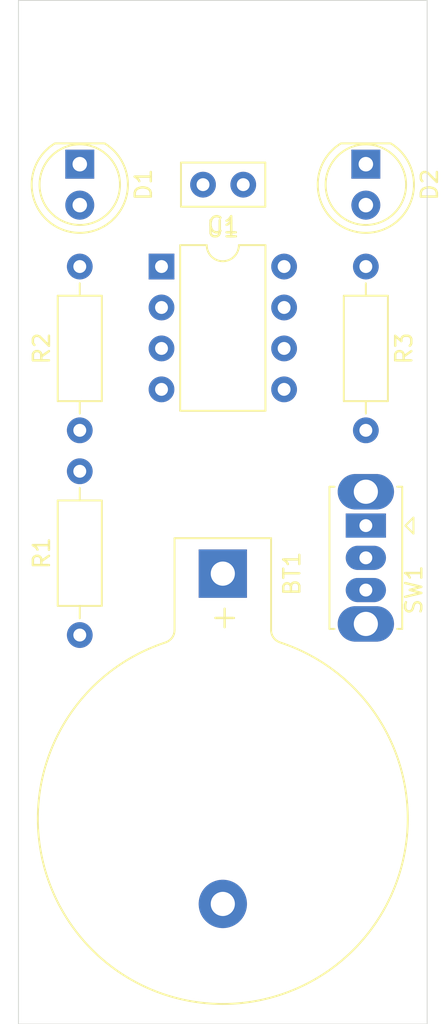
<source format=kicad_pcb>
(kicad_pcb (version 20171130) (host pcbnew "(5.1.0)-1")

  (general
    (thickness 1.6)
    (drawings 4)
    (tracks 0)
    (zones 0)
    (modules 9)
    (nets 13)
  )

  (page A4)
  (layers
    (0 F.Cu signal)
    (31 B.Cu signal)
    (32 B.Adhes user)
    (33 F.Adhes user)
    (34 B.Paste user)
    (35 F.Paste user)
    (36 B.SilkS user)
    (37 F.SilkS user)
    (38 B.Mask user)
    (39 F.Mask user)
    (40 Dwgs.User user)
    (41 Cmts.User user)
    (42 Eco1.User user)
    (43 Eco2.User user)
    (44 Edge.Cuts user)
    (45 Margin user)
    (46 B.CrtYd user)
    (47 F.CrtYd user)
    (48 B.Fab user)
    (49 F.Fab user)
  )

  (setup
    (last_trace_width 0.508)
    (trace_clearance 0.508)
    (zone_clearance 0.508)
    (zone_45_only no)
    (trace_min 0.508)
    (via_size 0.8128)
    (via_drill 0.4064)
    (via_min_size 0.8128)
    (via_min_drill 0.4064)
    (uvia_size 0.8128)
    (uvia_drill 0.4064)
    (uvias_allowed no)
    (uvia_min_size 0.8128)
    (uvia_min_drill 0.4064)
    (edge_width 0.05)
    (segment_width 0.2)
    (pcb_text_width 0.3)
    (pcb_text_size 1.5 1.5)
    (mod_edge_width 0.12)
    (mod_text_size 1 1)
    (mod_text_width 0.15)
    (pad_size 1.524 1.524)
    (pad_drill 0.762)
    (pad_to_mask_clearance 0.051)
    (solder_mask_min_width 0.25)
    (aux_axis_origin 0 0)
    (visible_elements 7FFFFFFF)
    (pcbplotparams
      (layerselection 0x010fc_ffffffff)
      (usegerberextensions false)
      (usegerberattributes false)
      (usegerberadvancedattributes false)
      (creategerberjobfile false)
      (excludeedgelayer true)
      (linewidth 0.100000)
      (plotframeref false)
      (viasonmask false)
      (mode 1)
      (useauxorigin false)
      (hpglpennumber 1)
      (hpglpenspeed 20)
      (hpglpendiameter 15.000000)
      (psnegative false)
      (psa4output false)
      (plotreference true)
      (plotvalue true)
      (plotinvisibletext false)
      (padsonsilk false)
      (subtractmaskfromsilk false)
      (outputformat 1)
      (mirror false)
      (drillshape 1)
      (scaleselection 1)
      (outputdirectory ""))
  )

  (net 0 "")
  (net 1 "Net-(BT1-Pad2)")
  (net 2 "Net-(BT1-Pad1)")
  (net 3 "Net-(C1-Pad1)")
  (net 4 "Net-(D1-Pad2)")
  (net 5 "Net-(D2-Pad2)")
  (net 6 "Net-(R1-Pad2)")
  (net 7 "Net-(R2-Pad1)")
  (net 8 "Net-(R3-Pad1)")
  (net 9 "Net-(SW1-Pad3)")
  (net 10 "Net-(U1-Pad2)")
  (net 11 "Net-(U1-Pad3)")
  (net 12 "Net-(U1-Pad7)")

  (net_class Default "This is the default net class."
    (clearance 0.508)
    (trace_width 0.508)
    (via_dia 0.8128)
    (via_drill 0.4064)
    (uvia_dia 0.8128)
    (uvia_drill 0.4064)
    (diff_pair_width 0.508)
    (diff_pair_gap 0.508)
    (add_net "Net-(BT1-Pad1)")
    (add_net "Net-(BT1-Pad2)")
    (add_net "Net-(C1-Pad1)")
    (add_net "Net-(D1-Pad2)")
    (add_net "Net-(D2-Pad2)")
    (add_net "Net-(R1-Pad2)")
    (add_net "Net-(R2-Pad1)")
    (add_net "Net-(R3-Pad1)")
    (add_net "Net-(SW1-Pad3)")
    (add_net "Net-(U1-Pad2)")
    (add_net "Net-(U1-Pad3)")
    (add_net "Net-(U1-Pad7)")
  )

  (module Package_DIP:DIP-8_W7.62mm (layer F.Cu) (tedit 5A02E8C5) (tstamp 5CA788B8)
    (at 149.86 101.6)
    (descr "8-lead though-hole mounted DIP package, row spacing 7.62 mm (300 mils)")
    (tags "THT DIP DIL PDIP 2.54mm 7.62mm 300mil")
    (path /5CA4ECC4)
    (fp_text reference U1 (at 3.81 -2.33) (layer F.SilkS)
      (effects (font (size 1 1) (thickness 0.15)))
    )
    (fp_text value ATtiny85-20PU (at 3.81 9.95) (layer F.Fab)
      (effects (font (size 1 1) (thickness 0.15)))
    )
    (fp_text user %R (at 3.81 3.81) (layer F.Fab)
      (effects (font (size 1 1) (thickness 0.15)))
    )
    (fp_line (start 8.7 -1.55) (end -1.1 -1.55) (layer F.CrtYd) (width 0.05))
    (fp_line (start 8.7 9.15) (end 8.7 -1.55) (layer F.CrtYd) (width 0.05))
    (fp_line (start -1.1 9.15) (end 8.7 9.15) (layer F.CrtYd) (width 0.05))
    (fp_line (start -1.1 -1.55) (end -1.1 9.15) (layer F.CrtYd) (width 0.05))
    (fp_line (start 6.46 -1.33) (end 4.81 -1.33) (layer F.SilkS) (width 0.12))
    (fp_line (start 6.46 8.95) (end 6.46 -1.33) (layer F.SilkS) (width 0.12))
    (fp_line (start 1.16 8.95) (end 6.46 8.95) (layer F.SilkS) (width 0.12))
    (fp_line (start 1.16 -1.33) (end 1.16 8.95) (layer F.SilkS) (width 0.12))
    (fp_line (start 2.81 -1.33) (end 1.16 -1.33) (layer F.SilkS) (width 0.12))
    (fp_line (start 0.635 -0.27) (end 1.635 -1.27) (layer F.Fab) (width 0.1))
    (fp_line (start 0.635 8.89) (end 0.635 -0.27) (layer F.Fab) (width 0.1))
    (fp_line (start 6.985 8.89) (end 0.635 8.89) (layer F.Fab) (width 0.1))
    (fp_line (start 6.985 -1.27) (end 6.985 8.89) (layer F.Fab) (width 0.1))
    (fp_line (start 1.635 -1.27) (end 6.985 -1.27) (layer F.Fab) (width 0.1))
    (fp_arc (start 3.81 -1.33) (end 2.81 -1.33) (angle -180) (layer F.SilkS) (width 0.12))
    (pad 8 thru_hole oval (at 7.62 0) (size 1.6 1.6) (drill 0.8) (layers *.Cu *.Mask)
      (net 3 "Net-(C1-Pad1)"))
    (pad 4 thru_hole oval (at 0 7.62) (size 1.6 1.6) (drill 0.8) (layers *.Cu *.Mask)
      (net 1 "Net-(BT1-Pad2)"))
    (pad 7 thru_hole oval (at 7.62 2.54) (size 1.6 1.6) (drill 0.8) (layers *.Cu *.Mask)
      (net 12 "Net-(U1-Pad7)"))
    (pad 3 thru_hole oval (at 0 5.08) (size 1.6 1.6) (drill 0.8) (layers *.Cu *.Mask)
      (net 11 "Net-(U1-Pad3)"))
    (pad 6 thru_hole oval (at 7.62 5.08) (size 1.6 1.6) (drill 0.8) (layers *.Cu *.Mask)
      (net 7 "Net-(R2-Pad1)"))
    (pad 2 thru_hole oval (at 0 2.54) (size 1.6 1.6) (drill 0.8) (layers *.Cu *.Mask)
      (net 10 "Net-(U1-Pad2)"))
    (pad 5 thru_hole oval (at 7.62 7.62) (size 1.6 1.6) (drill 0.8) (layers *.Cu *.Mask)
      (net 8 "Net-(R3-Pad1)"))
    (pad 1 thru_hole rect (at 0 0) (size 1.6 1.6) (drill 0.8) (layers *.Cu *.Mask)
      (net 6 "Net-(R1-Pad2)"))
    (model ${KISYS3DMOD}/Package_DIP.3dshapes/DIP-8_W7.62mm.wrl
      (at (xyz 0 0 0))
      (scale (xyz 1 1 1))
      (rotate (xyz 0 0 0))
    )
  )

  (module Button_Switch_THT:SW_Slide_1P2T_CK_OS102011MS2Q (layer F.Cu) (tedit 5C5044D5) (tstamp 5CA78FBA)
    (at 162.56 117.67 270)
    (descr "CuK miniature slide switch, OS series, SPDT, https://www.ckswitches.com/media/1428/os.pdf")
    (tags "switch SPDT")
    (path /5CA4FEFB)
    (fp_text reference SW1 (at 3.99 -2.99 270) (layer F.SilkS)
      (effects (font (size 1 1) (thickness 0.15)))
    )
    (fp_text value SW_SPDT (at 2 3 270) (layer F.Fab)
      (effects (font (size 1 1) (thickness 0.15)))
    )
    (fp_line (start 0.5 -2.96) (end -0.5 -2.96) (layer F.SilkS) (width 0.12))
    (fp_line (start 0 -2.46) (end 0.5 -2.96) (layer F.SilkS) (width 0.12))
    (fp_line (start -0.5 -2.96) (end 0 -2.46) (layer F.SilkS) (width 0.12))
    (fp_line (start 0 -1.65) (end 0.5 -2.15) (layer F.Fab) (width 0.1))
    (fp_line (start -0.5 -2.15) (end 0 -1.65) (layer F.Fab) (width 0.1))
    (fp_line (start -3.45 2.4) (end -3.45 -2.4) (layer B.CrtYd) (width 0.05))
    (fp_line (start 7.45 2.4) (end -3.45 2.4) (layer B.CrtYd) (width 0.05))
    (fp_line (start 7.45 -2.4) (end 7.45 2.4) (layer B.CrtYd) (width 0.05))
    (fp_line (start -3.45 -2.4) (end 7.45 -2.4) (layer B.CrtYd) (width 0.05))
    (fp_text user %R (at 3.99 -2.99 270) (layer F.Fab)
      (effects (font (size 1 1) (thickness 0.15)))
    )
    (fp_line (start 6.41 2.26) (end 6.41 1.95) (layer F.SilkS) (width 0.12))
    (fp_line (start -2.41 2.26) (end -2.41 1.95) (layer F.SilkS) (width 0.12))
    (fp_line (start -2.41 -1.95) (end -2.41 -2.26) (layer F.SilkS) (width 0.12))
    (fp_line (start 6.41 2.26) (end -2.41 2.26) (layer F.SilkS) (width 0.12))
    (fp_line (start 6.41 -2.26) (end 6.41 -1.95) (layer F.SilkS) (width 0.12))
    (fp_line (start -2.41 -2.26) (end 6.41 -2.26) (layer F.SilkS) (width 0.12))
    (fp_line (start -2.3 -2.15) (end -0.5 -2.15) (layer F.Fab) (width 0.1))
    (fp_line (start 2 -1) (end 2 1) (layer F.Fab) (width 0.1))
    (fp_line (start 1.34 -1) (end 1.34 1) (layer F.Fab) (width 0.1))
    (fp_line (start 0.66 -1) (end 0.66 1) (layer F.Fab) (width 0.1))
    (fp_line (start 0 -1) (end 0 1) (layer F.Fab) (width 0.1))
    (fp_line (start 0 1) (end 4 1) (layer F.Fab) (width 0.1))
    (fp_line (start 4 -1) (end 4 1) (layer F.Fab) (width 0.1))
    (fp_line (start 0 -1) (end 4 -1) (layer F.Fab) (width 0.1))
    (fp_line (start -2.3 2.15) (end -2.3 -2.15) (layer F.Fab) (width 0.1))
    (fp_line (start 6.3 2.15) (end -2.3 2.15) (layer F.Fab) (width 0.1))
    (fp_line (start 6.3 -2.15) (end 6.3 2.15) (layer F.Fab) (width 0.1))
    (fp_line (start 0.5 -2.15) (end 6.3 -2.15) (layer F.Fab) (width 0.1))
    (pad "" thru_hole oval (at 6.1 0 270) (size 2.2 3.5) (drill 1.5) (layers *.Cu *.Mask))
    (pad "" thru_hole oval (at -2.1 0 270) (size 2.2 3.5) (drill 1.5) (layers *.Cu *.Mask))
    (pad 3 thru_hole oval (at 4 0 270) (size 1.5 2.5) (drill 0.8) (layers *.Cu *.Mask)
      (net 9 "Net-(SW1-Pad3)"))
    (pad 2 thru_hole oval (at 2 0 270) (size 1.5 2.5) (drill 0.8) (layers *.Cu *.Mask)
      (net 2 "Net-(BT1-Pad1)"))
    (pad 1 thru_hole rect (at 0 0 270) (size 1.5 2.5) (drill 0.8) (layers *.Cu *.Mask)
      (net 3 "Net-(C1-Pad1)"))
    (model ${KISYS3DMOD}/Button_Switch_THT.3dshapes/SW_Slide_1P2T_CK_OS102011MS2Q.wrl
      (at (xyz 0 0 0))
      (scale (xyz 1 1 1))
      (rotate (xyz 0 0 0))
    )
  )

  (module Resistor_THT:R_Axial_DIN0207_L6.3mm_D2.5mm_P10.16mm_Horizontal (layer F.Cu) (tedit 5AE5139B) (tstamp 5CA78877)
    (at 162.56 101.6 270)
    (descr "Resistor, Axial_DIN0207 series, Axial, Horizontal, pin pitch=10.16mm, 0.25W = 1/4W, length*diameter=6.3*2.5mm^2, http://cdn-reichelt.de/documents/datenblatt/B400/1_4W%23YAG.pdf")
    (tags "Resistor Axial_DIN0207 series Axial Horizontal pin pitch 10.16mm 0.25W = 1/4W length 6.3mm diameter 2.5mm")
    (path /5CA54497)
    (fp_text reference R3 (at 5.08 -2.37 270) (layer F.SilkS)
      (effects (font (size 1 1) (thickness 0.15)))
    )
    (fp_text value 100 (at 5.08 2.37 270) (layer F.Fab)
      (effects (font (size 1 1) (thickness 0.15)))
    )
    (fp_text user %R (at 5.08 0 270) (layer F.Fab)
      (effects (font (size 1 1) (thickness 0.15)))
    )
    (fp_line (start 11.21 -1.5) (end -1.05 -1.5) (layer F.CrtYd) (width 0.05))
    (fp_line (start 11.21 1.5) (end 11.21 -1.5) (layer F.CrtYd) (width 0.05))
    (fp_line (start -1.05 1.5) (end 11.21 1.5) (layer F.CrtYd) (width 0.05))
    (fp_line (start -1.05 -1.5) (end -1.05 1.5) (layer F.CrtYd) (width 0.05))
    (fp_line (start 9.12 0) (end 8.35 0) (layer F.SilkS) (width 0.12))
    (fp_line (start 1.04 0) (end 1.81 0) (layer F.SilkS) (width 0.12))
    (fp_line (start 8.35 -1.37) (end 1.81 -1.37) (layer F.SilkS) (width 0.12))
    (fp_line (start 8.35 1.37) (end 8.35 -1.37) (layer F.SilkS) (width 0.12))
    (fp_line (start 1.81 1.37) (end 8.35 1.37) (layer F.SilkS) (width 0.12))
    (fp_line (start 1.81 -1.37) (end 1.81 1.37) (layer F.SilkS) (width 0.12))
    (fp_line (start 10.16 0) (end 8.23 0) (layer F.Fab) (width 0.1))
    (fp_line (start 0 0) (end 1.93 0) (layer F.Fab) (width 0.1))
    (fp_line (start 8.23 -1.25) (end 1.93 -1.25) (layer F.Fab) (width 0.1))
    (fp_line (start 8.23 1.25) (end 8.23 -1.25) (layer F.Fab) (width 0.1))
    (fp_line (start 1.93 1.25) (end 8.23 1.25) (layer F.Fab) (width 0.1))
    (fp_line (start 1.93 -1.25) (end 1.93 1.25) (layer F.Fab) (width 0.1))
    (pad 2 thru_hole oval (at 10.16 0 270) (size 1.6 1.6) (drill 0.8) (layers *.Cu *.Mask)
      (net 5 "Net-(D2-Pad2)"))
    (pad 1 thru_hole circle (at 0 0 270) (size 1.6 1.6) (drill 0.8) (layers *.Cu *.Mask)
      (net 8 "Net-(R3-Pad1)"))
    (model ${KISYS3DMOD}/Resistor_THT.3dshapes/R_Axial_DIN0207_L6.3mm_D2.5mm_P10.16mm_Horizontal.wrl
      (at (xyz 0 0 0))
      (scale (xyz 1 1 1))
      (rotate (xyz 0 0 0))
    )
  )

  (module Resistor_THT:R_Axial_DIN0207_L6.3mm_D2.5mm_P10.16mm_Horizontal (layer F.Cu) (tedit 5AE5139B) (tstamp 5CA78860)
    (at 144.78 111.76 90)
    (descr "Resistor, Axial_DIN0207 series, Axial, Horizontal, pin pitch=10.16mm, 0.25W = 1/4W, length*diameter=6.3*2.5mm^2, http://cdn-reichelt.de/documents/datenblatt/B400/1_4W%23YAG.pdf")
    (tags "Resistor Axial_DIN0207 series Axial Horizontal pin pitch 10.16mm 0.25W = 1/4W length 6.3mm diameter 2.5mm")
    (path /5CA53DDE)
    (fp_text reference R2 (at 5.08 -2.37 90) (layer F.SilkS)
      (effects (font (size 1 1) (thickness 0.15)))
    )
    (fp_text value 100 (at 5.08 2.37 90) (layer F.Fab)
      (effects (font (size 1 1) (thickness 0.15)))
    )
    (fp_text user %R (at 5.08 0 90) (layer F.Fab)
      (effects (font (size 1 1) (thickness 0.15)))
    )
    (fp_line (start 11.21 -1.5) (end -1.05 -1.5) (layer F.CrtYd) (width 0.05))
    (fp_line (start 11.21 1.5) (end 11.21 -1.5) (layer F.CrtYd) (width 0.05))
    (fp_line (start -1.05 1.5) (end 11.21 1.5) (layer F.CrtYd) (width 0.05))
    (fp_line (start -1.05 -1.5) (end -1.05 1.5) (layer F.CrtYd) (width 0.05))
    (fp_line (start 9.12 0) (end 8.35 0) (layer F.SilkS) (width 0.12))
    (fp_line (start 1.04 0) (end 1.81 0) (layer F.SilkS) (width 0.12))
    (fp_line (start 8.35 -1.37) (end 1.81 -1.37) (layer F.SilkS) (width 0.12))
    (fp_line (start 8.35 1.37) (end 8.35 -1.37) (layer F.SilkS) (width 0.12))
    (fp_line (start 1.81 1.37) (end 8.35 1.37) (layer F.SilkS) (width 0.12))
    (fp_line (start 1.81 -1.37) (end 1.81 1.37) (layer F.SilkS) (width 0.12))
    (fp_line (start 10.16 0) (end 8.23 0) (layer F.Fab) (width 0.1))
    (fp_line (start 0 0) (end 1.93 0) (layer F.Fab) (width 0.1))
    (fp_line (start 8.23 -1.25) (end 1.93 -1.25) (layer F.Fab) (width 0.1))
    (fp_line (start 8.23 1.25) (end 8.23 -1.25) (layer F.Fab) (width 0.1))
    (fp_line (start 1.93 1.25) (end 8.23 1.25) (layer F.Fab) (width 0.1))
    (fp_line (start 1.93 -1.25) (end 1.93 1.25) (layer F.Fab) (width 0.1))
    (pad 2 thru_hole oval (at 10.16 0 90) (size 1.6 1.6) (drill 0.8) (layers *.Cu *.Mask)
      (net 4 "Net-(D1-Pad2)"))
    (pad 1 thru_hole circle (at 0 0 90) (size 1.6 1.6) (drill 0.8) (layers *.Cu *.Mask)
      (net 7 "Net-(R2-Pad1)"))
    (model ${KISYS3DMOD}/Resistor_THT.3dshapes/R_Axial_DIN0207_L6.3mm_D2.5mm_P10.16mm_Horizontal.wrl
      (at (xyz 0 0 0))
      (scale (xyz 1 1 1))
      (rotate (xyz 0 0 0))
    )
  )

  (module Resistor_THT:R_Axial_DIN0207_L6.3mm_D2.5mm_P10.16mm_Horizontal (layer F.Cu) (tedit 5AE5139B) (tstamp 5CA78849)
    (at 144.78 124.46 90)
    (descr "Resistor, Axial_DIN0207 series, Axial, Horizontal, pin pitch=10.16mm, 0.25W = 1/4W, length*diameter=6.3*2.5mm^2, http://cdn-reichelt.de/documents/datenblatt/B400/1_4W%23YAG.pdf")
    (tags "Resistor Axial_DIN0207 series Axial Horizontal pin pitch 10.16mm 0.25W = 1/4W length 6.3mm diameter 2.5mm")
    (path /5CA5572E)
    (fp_text reference R1 (at 5.08 -2.37 90) (layer F.SilkS)
      (effects (font (size 1 1) (thickness 0.15)))
    )
    (fp_text value 10k (at 5.08 2.37 90) (layer F.Fab)
      (effects (font (size 1 1) (thickness 0.15)))
    )
    (fp_text user %R (at 5.08 0 90) (layer F.Fab)
      (effects (font (size 1 1) (thickness 0.15)))
    )
    (fp_line (start 11.21 -1.5) (end -1.05 -1.5) (layer F.CrtYd) (width 0.05))
    (fp_line (start 11.21 1.5) (end 11.21 -1.5) (layer F.CrtYd) (width 0.05))
    (fp_line (start -1.05 1.5) (end 11.21 1.5) (layer F.CrtYd) (width 0.05))
    (fp_line (start -1.05 -1.5) (end -1.05 1.5) (layer F.CrtYd) (width 0.05))
    (fp_line (start 9.12 0) (end 8.35 0) (layer F.SilkS) (width 0.12))
    (fp_line (start 1.04 0) (end 1.81 0) (layer F.SilkS) (width 0.12))
    (fp_line (start 8.35 -1.37) (end 1.81 -1.37) (layer F.SilkS) (width 0.12))
    (fp_line (start 8.35 1.37) (end 8.35 -1.37) (layer F.SilkS) (width 0.12))
    (fp_line (start 1.81 1.37) (end 8.35 1.37) (layer F.SilkS) (width 0.12))
    (fp_line (start 1.81 -1.37) (end 1.81 1.37) (layer F.SilkS) (width 0.12))
    (fp_line (start 10.16 0) (end 8.23 0) (layer F.Fab) (width 0.1))
    (fp_line (start 0 0) (end 1.93 0) (layer F.Fab) (width 0.1))
    (fp_line (start 8.23 -1.25) (end 1.93 -1.25) (layer F.Fab) (width 0.1))
    (fp_line (start 8.23 1.25) (end 8.23 -1.25) (layer F.Fab) (width 0.1))
    (fp_line (start 1.93 1.25) (end 8.23 1.25) (layer F.Fab) (width 0.1))
    (fp_line (start 1.93 -1.25) (end 1.93 1.25) (layer F.Fab) (width 0.1))
    (pad 2 thru_hole oval (at 10.16 0 90) (size 1.6 1.6) (drill 0.8) (layers *.Cu *.Mask)
      (net 6 "Net-(R1-Pad2)"))
    (pad 1 thru_hole circle (at 0 0 90) (size 1.6 1.6) (drill 0.8) (layers *.Cu *.Mask)
      (net 3 "Net-(C1-Pad1)"))
    (model ${KISYS3DMOD}/Resistor_THT.3dshapes/R_Axial_DIN0207_L6.3mm_D2.5mm_P10.16mm_Horizontal.wrl
      (at (xyz 0 0 0))
      (scale (xyz 1 1 1))
      (rotate (xyz 0 0 0))
    )
  )

  (module LED_THT:LED_D5.0mm (layer F.Cu) (tedit 5995936A) (tstamp 5CA78832)
    (at 162.56 95.25 270)
    (descr "LED, diameter 5.0mm, 2 pins, http://cdn-reichelt.de/documents/datenblatt/A500/LL-504BC2E-009.pdf")
    (tags "LED diameter 5.0mm 2 pins")
    (path /5CA551CC)
    (fp_text reference D2 (at 1.27 -3.96 270) (layer F.SilkS)
      (effects (font (size 1 1) (thickness 0.15)))
    )
    (fp_text value LED (at 1.27 3.96 270) (layer F.Fab)
      (effects (font (size 1 1) (thickness 0.15)))
    )
    (fp_text user %R (at 1.25 0 270) (layer F.Fab)
      (effects (font (size 0.8 0.8) (thickness 0.2)))
    )
    (fp_line (start 4.5 -3.25) (end -1.95 -3.25) (layer F.CrtYd) (width 0.05))
    (fp_line (start 4.5 3.25) (end 4.5 -3.25) (layer F.CrtYd) (width 0.05))
    (fp_line (start -1.95 3.25) (end 4.5 3.25) (layer F.CrtYd) (width 0.05))
    (fp_line (start -1.95 -3.25) (end -1.95 3.25) (layer F.CrtYd) (width 0.05))
    (fp_line (start -1.29 -1.545) (end -1.29 1.545) (layer F.SilkS) (width 0.12))
    (fp_line (start -1.23 -1.469694) (end -1.23 1.469694) (layer F.Fab) (width 0.1))
    (fp_circle (center 1.27 0) (end 3.77 0) (layer F.SilkS) (width 0.12))
    (fp_circle (center 1.27 0) (end 3.77 0) (layer F.Fab) (width 0.1))
    (fp_arc (start 1.27 0) (end -1.29 1.54483) (angle -148.9) (layer F.SilkS) (width 0.12))
    (fp_arc (start 1.27 0) (end -1.29 -1.54483) (angle 148.9) (layer F.SilkS) (width 0.12))
    (fp_arc (start 1.27 0) (end -1.23 -1.469694) (angle 299.1) (layer F.Fab) (width 0.1))
    (pad 2 thru_hole circle (at 2.54 0 270) (size 1.8 1.8) (drill 0.9) (layers *.Cu *.Mask)
      (net 5 "Net-(D2-Pad2)"))
    (pad 1 thru_hole rect (at 0 0 270) (size 1.8 1.8) (drill 0.9) (layers *.Cu *.Mask)
      (net 1 "Net-(BT1-Pad2)"))
    (model ${KISYS3DMOD}/LED_THT.3dshapes/LED_D5.0mm.wrl
      (at (xyz 0 0 0))
      (scale (xyz 1 1 1))
      (rotate (xyz 0 0 0))
    )
  )

  (module LED_THT:LED_D5.0mm (layer F.Cu) (tedit 5995936A) (tstamp 5CA78820)
    (at 144.78 95.25 270)
    (descr "LED, diameter 5.0mm, 2 pins, http://cdn-reichelt.de/documents/datenblatt/A500/LL-504BC2E-009.pdf")
    (tags "LED diameter 5.0mm 2 pins")
    (path /5CA549B6)
    (fp_text reference D1 (at 1.27 -3.96 270) (layer F.SilkS)
      (effects (font (size 1 1) (thickness 0.15)))
    )
    (fp_text value LED (at 1.27 3.96 270) (layer F.Fab)
      (effects (font (size 1 1) (thickness 0.15)))
    )
    (fp_text user %R (at 1.25 0 270) (layer F.Fab)
      (effects (font (size 0.8 0.8) (thickness 0.2)))
    )
    (fp_line (start 4.5 -3.25) (end -1.95 -3.25) (layer F.CrtYd) (width 0.05))
    (fp_line (start 4.5 3.25) (end 4.5 -3.25) (layer F.CrtYd) (width 0.05))
    (fp_line (start -1.95 3.25) (end 4.5 3.25) (layer F.CrtYd) (width 0.05))
    (fp_line (start -1.95 -3.25) (end -1.95 3.25) (layer F.CrtYd) (width 0.05))
    (fp_line (start -1.29 -1.545) (end -1.29 1.545) (layer F.SilkS) (width 0.12))
    (fp_line (start -1.23 -1.469694) (end -1.23 1.469694) (layer F.Fab) (width 0.1))
    (fp_circle (center 1.27 0) (end 3.77 0) (layer F.SilkS) (width 0.12))
    (fp_circle (center 1.27 0) (end 3.77 0) (layer F.Fab) (width 0.1))
    (fp_arc (start 1.27 0) (end -1.29 1.54483) (angle -148.9) (layer F.SilkS) (width 0.12))
    (fp_arc (start 1.27 0) (end -1.29 -1.54483) (angle 148.9) (layer F.SilkS) (width 0.12))
    (fp_arc (start 1.27 0) (end -1.23 -1.469694) (angle 299.1) (layer F.Fab) (width 0.1))
    (pad 2 thru_hole circle (at 2.54 0 270) (size 1.8 1.8) (drill 0.9) (layers *.Cu *.Mask)
      (net 4 "Net-(D1-Pad2)"))
    (pad 1 thru_hole rect (at 0 0 270) (size 1.8 1.8) (drill 0.9) (layers *.Cu *.Mask)
      (net 1 "Net-(BT1-Pad2)"))
    (model ${KISYS3DMOD}/LED_THT.3dshapes/LED_D5.0mm.wrl
      (at (xyz 0 0 0))
      (scale (xyz 1 1 1))
      (rotate (xyz 0 0 0))
    )
  )

  (module Capacitor_THT:C_Disc_D5.0mm_W2.5mm_P2.50mm (layer F.Cu) (tedit 5AE50EF0) (tstamp 5CA7880E)
    (at 154.94 96.52 180)
    (descr "C, Disc series, Radial, pin pitch=2.50mm, , diameter*width=5*2.5mm^2, Capacitor, http://cdn-reichelt.de/documents/datenblatt/B300/DS_KERKO_TC.pdf")
    (tags "C Disc series Radial pin pitch 2.50mm  diameter 5mm width 2.5mm Capacitor")
    (path /5CA51BBA)
    (fp_text reference C1 (at 1.25 -2.5 180) (layer F.SilkS)
      (effects (font (size 1 1) (thickness 0.15)))
    )
    (fp_text value 10uF (at 1.25 2.5 180) (layer F.Fab)
      (effects (font (size 1 1) (thickness 0.15)))
    )
    (fp_text user %R (at 1.25 0 180) (layer F.Fab)
      (effects (font (size 1 1) (thickness 0.15)))
    )
    (fp_line (start 4 -1.5) (end -1.5 -1.5) (layer F.CrtYd) (width 0.05))
    (fp_line (start 4 1.5) (end 4 -1.5) (layer F.CrtYd) (width 0.05))
    (fp_line (start -1.5 1.5) (end 4 1.5) (layer F.CrtYd) (width 0.05))
    (fp_line (start -1.5 -1.5) (end -1.5 1.5) (layer F.CrtYd) (width 0.05))
    (fp_line (start 3.87 -1.37) (end 3.87 1.37) (layer F.SilkS) (width 0.12))
    (fp_line (start -1.37 -1.37) (end -1.37 1.37) (layer F.SilkS) (width 0.12))
    (fp_line (start -1.37 1.37) (end 3.87 1.37) (layer F.SilkS) (width 0.12))
    (fp_line (start -1.37 -1.37) (end 3.87 -1.37) (layer F.SilkS) (width 0.12))
    (fp_line (start 3.75 -1.25) (end -1.25 -1.25) (layer F.Fab) (width 0.1))
    (fp_line (start 3.75 1.25) (end 3.75 -1.25) (layer F.Fab) (width 0.1))
    (fp_line (start -1.25 1.25) (end 3.75 1.25) (layer F.Fab) (width 0.1))
    (fp_line (start -1.25 -1.25) (end -1.25 1.25) (layer F.Fab) (width 0.1))
    (pad 2 thru_hole circle (at 2.5 0 180) (size 1.6 1.6) (drill 0.8) (layers *.Cu *.Mask)
      (net 1 "Net-(BT1-Pad2)"))
    (pad 1 thru_hole circle (at 0 0 180) (size 1.6 1.6) (drill 0.8) (layers *.Cu *.Mask)
      (net 3 "Net-(C1-Pad1)"))
    (model ${KISYS3DMOD}/Capacitor_THT.3dshapes/C_Disc_D5.0mm_W2.5mm_P2.50mm.wrl
      (at (xyz 0 0 0))
      (scale (xyz 1 1 1))
      (rotate (xyz 0 0 0))
    )
  )

  (module Battery:BatteryHolder_Keystone_103_1x20mm (layer F.Cu) (tedit 5787C32C) (tstamp 5CA78DC4)
    (at 153.67 120.65 270)
    (descr http://www.keyelco.com/product-pdf.cfm?p=719)
    (tags "Keystone type 103 battery holder")
    (path /5CA4F5DB)
    (fp_text reference BT1 (at 0 -4.3 270) (layer F.SilkS)
      (effects (font (size 1 1) (thickness 0.15)))
    )
    (fp_text value Battery_Cell (at 15 13 270) (layer F.Fab)
      (effects (font (size 1 1) (thickness 0.15)))
    )
    (fp_arc (start -1.7 -2.5) (end -2.1 -2.5) (angle 90) (layer F.Fab) (width 0.1))
    (fp_arc (start -1.7 2.5) (end -2.1 2.5) (angle -90) (layer F.Fab) (width 0.1))
    (fp_line (start 0 -1.3) (end 0 1.3) (layer F.Fab) (width 0.1))
    (fp_arc (start 16.2 0) (end 16.2 -1.3) (angle 180) (layer F.Fab) (width 0.1))
    (fp_arc (start 3.5 -3.8) (end 3.5 -2.9) (angle -70) (layer F.Fab) (width 0.1))
    (fp_line (start 16.2 -1.3) (end 0 -1.3) (layer F.Fab) (width 0.1))
    (fp_line (start 0 1.3) (end 16.2 1.3) (layer F.Fab) (width 0.1))
    (fp_line (start -2.1 -2.5) (end -2.1 2.5) (layer F.Fab) (width 0.1))
    (fp_line (start -1.7 2.9) (end 3.5306 2.9) (layer F.Fab) (width 0.1))
    (fp_line (start 3.5306 -2.9) (end -1.7 -2.9) (layer F.Fab) (width 0.1))
    (fp_arc (start 15.2 0) (end 5.2 -1.3) (angle 180) (layer F.Fab) (width 0.1))
    (fp_arc (start 15.2 0) (end 9 -1.3) (angle 170) (layer F.Fab) (width 0.1))
    (fp_arc (start 15.2 0) (end 13.3 -1.3) (angle 150) (layer F.Fab) (width 0.1))
    (fp_line (start 23.5712 -7.7216) (end 22.6314 -6.858) (layer F.Fab) (width 0.1))
    (fp_line (start 23.5712 7.7216) (end 22.6568 6.8834) (layer F.Fab) (width 0.1))
    (fp_arc (start 15.2 0) (end 13.3 1.3) (angle -150) (layer F.Fab) (width 0.1))
    (fp_arc (start 15.2 0) (end 9 1.3) (angle -170) (layer F.Fab) (width 0.1))
    (fp_line (start -2.2 3) (end 3.5 3) (layer F.SilkS) (width 0.12))
    (fp_line (start -2.2 3) (end -2.2 -3) (layer F.SilkS) (width 0.12))
    (fp_line (start -2.2 -3) (end 3.5 -3) (layer F.SilkS) (width 0.12))
    (fp_line (start -2.45 3.25) (end -2.45 -3.25) (layer F.CrtYd) (width 0.05))
    (fp_line (start -2.45 3.25) (end 3.5 3.25) (layer F.CrtYd) (width 0.05))
    (fp_line (start -2.45 -3.25) (end 3.5 -3.25) (layer F.CrtYd) (width 0.05))
    (fp_arc (start 15.2 0) (end 5.2 1.3) (angle -180) (layer F.Fab) (width 0.1))
    (fp_arc (start 15.2 0) (end 4.35 -3.5) (angle 162.5) (layer F.Fab) (width 0.1))
    (fp_arc (start 15.2 0) (end 4.35 3.5) (angle -162.5) (layer F.Fab) (width 0.1))
    (fp_arc (start 3.5 3.8) (end 3.5 2.9) (angle 70) (layer F.Fab) (width 0.1))
    (fp_arc (start 3.5 -3.8) (end 3.5 -3) (angle -70) (layer F.SilkS) (width 0.12))
    (fp_arc (start 15.2 0) (end 4.25 -3.5) (angle 162.5) (layer F.SilkS) (width 0.12))
    (fp_arc (start 3.5 3.8) (end 3.5 3) (angle 70) (layer F.SilkS) (width 0.12))
    (fp_arc (start 15.2 0) (end 4.25 3.5) (angle -162.5) (layer F.SilkS) (width 0.12))
    (fp_arc (start 3.5 -3.8) (end 3.5 -3.25) (angle -70) (layer F.CrtYd) (width 0.05))
    (fp_arc (start 3.5 3.8) (end 3.5 3.25) (angle 70) (layer F.CrtYd) (width 0.05))
    (fp_arc (start 15.2 0) (end 4.01 -3.6) (angle 162.5) (layer F.CrtYd) (width 0.05))
    (fp_arc (start 15.2 0) (end 4.01 3.6) (angle -162.5) (layer F.CrtYd) (width 0.05))
    (fp_text user %R (at 0 0 270) (layer F.Fab)
      (effects (font (size 1 1) (thickness 0.15)))
    )
    (fp_text user + (at 2.75 0 270) (layer F.SilkS)
      (effects (font (size 1.5 1.5) (thickness 0.15)))
    )
    (pad 1 thru_hole rect (at 0 0 270) (size 3 3) (drill 1.5) (layers *.Cu *.Mask)
      (net 2 "Net-(BT1-Pad1)"))
    (pad 2 thru_hole circle (at 20.49 0 270) (size 3 3) (drill 1.5) (layers *.Cu *.Mask)
      (net 1 "Net-(BT1-Pad2)"))
    (model ${KISYS3DMOD}/Battery.3dshapes/BatteryHolder_Keystone_103_1x20mm.wrl
      (at (xyz 0 0 0))
      (scale (xyz 1 1 1))
      (rotate (xyz 0 0 0))
    )
  )

  (gr_line (start 140.97 148.59) (end 140.97 85.09) (layer Edge.Cuts) (width 0.05))
  (gr_line (start 166.37 148.59) (end 140.97 148.59) (layer Edge.Cuts) (width 0.05))
  (gr_line (start 166.37 85.09) (end 166.37 148.59) (layer Edge.Cuts) (width 0.05))
  (gr_line (start 140.97 85.09) (end 166.37 85.09) (layer Edge.Cuts) (width 0.05))

)

</source>
